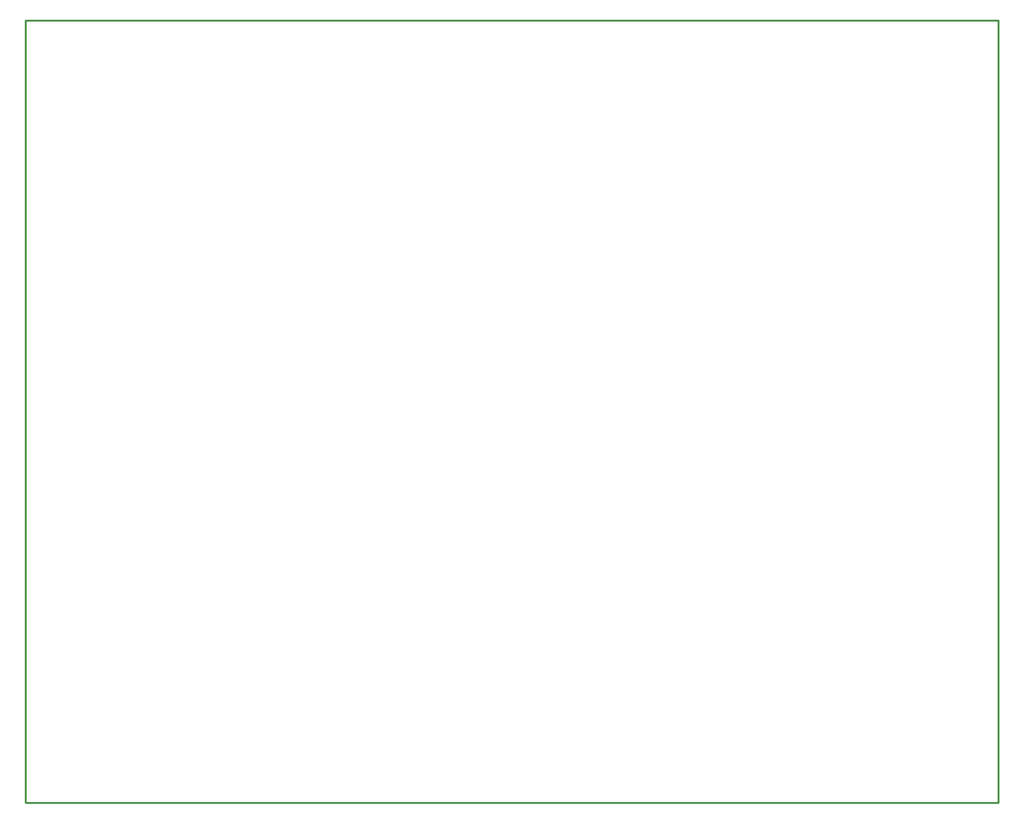
<source format=gbr>
G04 #@! TF.GenerationSoftware,KiCad,Pcbnew,(5.0.1-3-g963ef8bb5)*
G04 #@! TF.CreationDate,2023-12-14T14:08:37-05:00*
G04 #@! TF.ProjectId,gw-r65x1qsbc-proto1,67772D7236357831717362632D70726F,rev?*
G04 #@! TF.SameCoordinates,Original*
G04 #@! TF.FileFunction,Profile,NP*
%FSLAX46Y46*%
G04 Gerber Fmt 4.6, Leading zero omitted, Abs format (unit mm)*
G04 Created by KiCad (PCBNEW (5.0.1-3-g963ef8bb5)) date Thursday, December 14, 2023 at 02:08:37 PM*
%MOMM*%
%LPD*%
G01*
G04 APERTURE LIST*
%ADD10C,0.254000*%
G04 APERTURE END LIST*
D10*
X199390000Y-52070000D02*
X199390000Y-156210000D01*
X69850000Y-156210000D02*
X69850000Y-52070000D01*
X199390000Y-156210000D02*
X69850000Y-156210000D01*
X69850000Y-52070000D02*
X199390000Y-52070000D01*
M02*

</source>
